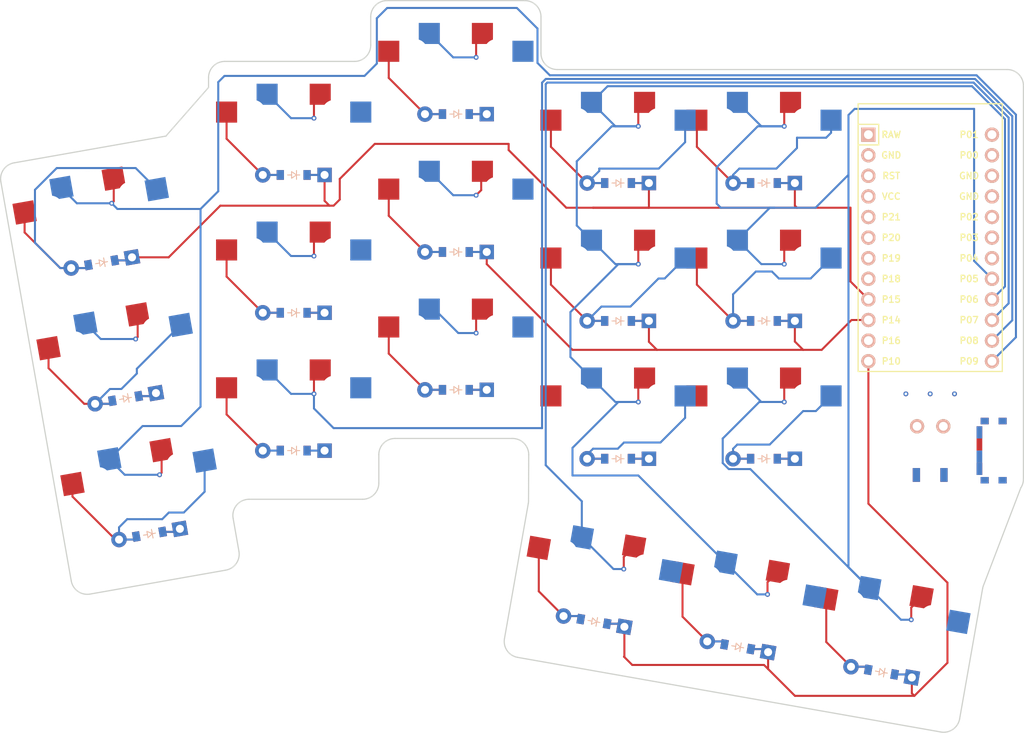
<source format=kicad_pcb>
(kicad_pcb (version 20211014) (generator pcbnew)
  (title_block (title "main") (rev "v1.0.0") (company "Unknown"))
  (layers (0 "F.Cu" signal) (31 "B.Cu" signal) (34 "B.Paste" user) (35 "F.Paste" user) (36 "B.SilkS" user "B.Silkscreen") (37 "F.SilkS" user "F.Silkscreen") (38 "B.Mask" user) (39 "F.Mask" user) (44 "Edge.Cuts" user))
  (net 0 "")
  (net 1 "P9")
  (net 2 "P16")
  (net 3 "P14")
  (net 4 "P15")
  (net 5 "P8")
  (net 6 "P7")
  (net 7 "P6")
  (net 8 "P5")
  (net 9 "P10")
  (net 10 "RAW")
  (net 11 "GND")
  (net 12 "RST")
  (net 13 "VCC")
  (net 14 "P21")
  (net 15 "P20")
  (net 16 "P19")
  (net 17 "P18")
  (net 18 "P1")
  (net 19 "P0")
  (net 20 "P2")
  (net 21 "P3")
  (net 22 "P4")
  (net 23 "pos")
  (footprint "lib:bat" (layer "F.Cu") (at 114.980618 -9.366618 90)
    (fp_text reference "")
    (fp_text value "")
  )
  (footprint "ComboDiode" (layer "F.Cu") (at 94.480618 -39.366618 180)
    (fp_text reference "D15" hide)
    (fp_text value "" hide)
  )
  (footprint "ComboDiode" (layer "F.Cu") (at 91.239104 17.823948 170)
    (fp_text reference "D17" hide)
    (fp_text value "" hide)
  )
  (footprint "PG1350" (layer "F.Cu") (at 36.480618 -27.366618)
    (fp_text reference "S5" hide)
    (fp_text value "" hide)
  )
  (footprint "Button_Switch_SMD:SW_SPST_B3U-1000P" (layer "F.Cu") (at 114.980618 -3.366618)
    (fp_text reference "")
    (fp_text value "")
  )
  (footprint "VIA-0.6mm" (layer "F.Cu") (at 38.980618 -47.366618)
    (fp_text reference "REF**" hide)
    (fp_text value "VIA-0.6mm" hide)
  )
  (footprint "PG1350" (layer "F.Cu") (at 56.480618 -17.866618)
    (fp_text reference "S7" hide)
    (fp_text value "" hide)
  )
  (footprint "PG1350" (layer "F.Cu") (at 76.480618 -9.366618)
    (fp_text reference "S10" hide)
    (fp_text value "" hide)
  )
  (footprint "PG1350" (layer "F.Cu") (at 76.480618 -43.366618)
    (fp_text reference "S12" hide)
    (fp_text value "" hide)
  )
  (footprint "PG1350" (layer "F.Cu") (at 12.095962 -33.483464 10)
    (fp_text reference "S3" hide)
    (fp_text value "" hide)
  )
  (footprint "ComboDiode" (layer "F.Cu") (at 18.694593 3.939231 -170)
    (fp_text reference "D1" hide)
    (fp_text value "" hide)
  )
  (footprint "PG1350" (layer "F.Cu") (at 94.480618 -43.366618)
    (fp_text reference "S15" hide)
    (fp_text value "" hide)
  )
  (footprint "ComboDiode" (layer "F.Cu") (at 94.480618 -22.366618 180)
    (fp_text reference "D14" hide)
    (fp_text value "" hide)
  )
  (footprint "Button_Switch_SMD:SW_SPDT_PCM12" (layer "F.Cu") (at 122.480618 -6.366618 90)
    (fp_text reference "")
    (fp_text value "")
  )
  (footprint "ComboDiode" (layer "F.Cu") (at 94.480618 -5.366618 180)
    (fp_text reference "D13" hide)
    (fp_text value "" hide)
  )
  (footprint "ComboDiode" (layer "F.Cu") (at 76.480618 -39.366618 180)
    (fp_text reference "D12" hide)
    (fp_text value "" hide)
  )
  (footprint "VIA-0.6mm" (layer "F.Cu") (at 38.980618 -13.366618)
    (fp_text reference "REF**" hide)
    (fp_text value "VIA-0.6mm" hide)
  )
  (footprint "PG1350" (layer "F.Cu") (at 18 0 10)
    (fp_text reference "S1" hide)
    (fp_text value "" hide)
  )
  (footprint "VIA-0.6mm" (layer "F.Cu") (at 96.980618 -12.366618)
    (fp_text reference "REF**" hide)
    (fp_text value "VIA-0.6mm" hide)
  )
  (footprint "ComboDiode" (layer "F.Cu") (at 108.965644 20.949615 170)
    (fp_text reference "D18" hide)
    (fp_text value "" hide)
  )
  (footprint "VIA-0.6mm" (layer "F.Cu") (at 111.980618 -13.366618)
    (fp_text reference "REF**" hide)
    (fp_text value "VIA-0.6mm" hide)
  )
  (footprint "VIA-0.6mm" (layer "F.Cu") (at 58.980618 -20.866618)
    (fp_text reference "REF**" hide)
    (fp_text value "VIA-0.6mm" hide)
  )
  (footprint "VIA-0.6mm" (layer "F.Cu") (at 117.980618 -13.366618)
    (fp_text reference "REF**" hide)
    (fp_text value "VIA-0.6mm" hide)
  )
  (footprint "PG1350" (layer "F.Cu") (at 36.480618 -44.366618)
    (fp_text reference "S6" hide)
    (fp_text value "" hide)
  )
  (footprint "ComboDiode" (layer "F.Cu") (at 36.480618 -40.366618 180)
    (fp_text reference "D6" hide)
    (fp_text value "" hide)
  )
  (footprint "ComboDiode" (layer "F.Cu") (at 56.480618 -47.866618 180)
    (fp_text reference "D9" hide)
    (fp_text value "" hide)
  )
  (footprint "ComboDiode" (layer "F.Cu") (at 36.480618 -23.366618 180)
    (fp_text reference "D5" hide)
    (fp_text value "" hide)
  )
  (footprint "PG1350" (layer "F.Cu") (at 36.480618 -10.366618)
    (fp_text reference "S4" hide)
    (fp_text value "" hide)
  )
  (footprint "ComboDiode" (layer "F.Cu") (at 36.480618 -6.366618 180)
    (fp_text reference "D4" hide)
    (fp_text value "" hide)
  )
  (footprint "VIA-0.6mm" (layer "F.Cu") (at 96.980618 -46.366618)
    (fp_text reference "REF**" hide)
    (fp_text value "VIA-0.6mm" hide)
  )
  (footprint "PG1350" (layer "F.Cu") (at 94.480618 -26.366618)
    (fp_text reference "S14" hide)
    (fp_text value "" hide)
  )
  (footprint "VIA-0.6mm" (layer "F.Cu") (at 78.980618 -46.366618)
    (fp_text reference "REF**" hide)
    (fp_text value "VIA-0.6mm" hide)
  )
  (footprint "PG1350" (layer "F.Cu") (at 76.480618 -26.366618)
    (fp_text reference "S11" hide)
    (fp_text value "" hide)
  )
  (footprint "ComboDiode" (layer "F.Cu") (at 76.480618 -5.366618 180)
    (fp_text reference "D10" hide)
    (fp_text value "" hide)
  )
  (footprint "ComboDiode" (layer "F.Cu") (at 12.790555 -29.544233 -170)
    (fp_text reference "D3" hide)
    (fp_text value "" hide)
  )
  (footprint "PG1350" (layer "F.Cu") (at 56.480618 -34.866618)
    (fp_text reference "S8" hide)
    (fp_text value "" hide)
  )
  (footprint "VIA-0.6mm" (layer "F.Cu") (at 78.980618 -12.366618)
    (fp_text reference "REF**" hide)
    (fp_text value "VIA-0.6mm" hide)
  )
  (footprint "PG1350" (layer "F.Cu") (at 15.047981 -16.741732 10)
    (fp_text reference "S2" hide)
    (fp_text value "" hide)
  )
  (footprint "VIA-0.6mm" (layer "F.Cu") (at 38.980618 -30.366618)
    (fp_text reference "REF**" hide)
    (fp_text value "VIA-0.6mm" hide)
  )
  (footprint "VIA-0.6mm" (layer "F.Cu") (at 94.916661 11.364414 -10)
    (fp_text reference "REF**" hide)
    (fp_text value "VIA-0.6mm" hide)
  )
  (footprint "ProMicro" (layer "F.Cu") (at 114.980618 -31.366618 -90)
    (fp_text reference "MCU1" hide)
    (fp_text value "" hide)
  )
  (footprint "PG1350" (layer "F.Cu") (at 109.660237 17.010384 -10)
    (fp_text reference "S18" hide)
    (fp_text value "" hide)
  )
  (footprint "ComboDiode" (layer "F.Cu") (at 15.742574 -12.802501 -170)
    (fp_text reference "D2" hide)
    (fp_text value "" hide)
  )
  (footprint "PG1350" (layer "F.Cu") (at 74.207157 10.759049 -10)
    (fp_text reference "S16" hide)
    (fp_text value "" hide)
  )
  (footprint "VIA-0.6mm" (layer "F.Cu") (at 16.989056 -20.130276 10)
    (fp_text reference "REF**" hide)
    (fp_text value "VIA-0.6mm" hide)
  )
  (footprint "VIA-0.6mm" (layer "F.Cu") (at 19.941075 -3.388544 10)
    (fp_text reference "REF**" hide)
    (fp_text value "VIA-0.6mm" hide)
  )
  (footprint "VIA-0.6mm" (layer "F.Cu") (at 114.980618 -13.366618)
    (fp_text reference "REF**" hide)
    (fp_text value "VIA-0.6mm" hide)
  )
  (footprint "VIA-0.6mm" (layer "F.Cu") (at 58.980618 -54.866618)
    (fp_text reference "REF**" hide)
    (fp_text value "VIA-0.6mm" hide)
  )
  (footprint "PG1350" (layer "F.Cu") (at 94.480618 -9.366618)
    (fp_text reference "S13" hide)
    (fp_text value "" hide)
  )
  (footprint "VIA-0.6mm" (layer "F.Cu") (at 77.190121 8.238747 -10)
    (fp_text reference "REF**" hide)
    (fp_text value "VIA-0.6mm" hide)
  )
  (footprint "ComboDiode" (layer "F.Cu") (at 73.512565 14.69828 170)
    (fp_text reference "D16" hide)
    (fp_text value "" hide)
  )
  (footprint "VIA-0.6mm" (layer "F.Cu") (at 78.980618 -29.366618)
    (fp_text reference "REF**" hide)
    (fp_text value "VIA-0.6mm" hide)
  )
  (footprint "VIA-0.6mm" (layer "F.Cu") (at 14.037037 -36.872007 10)
    (fp_text reference "REF**" hide)
    (fp_text value "VIA-0.6mm" hide)
  )
  (footprint "VIA-0.6mm" (layer "F.Cu") (at 96.980618 -29.366618)
    (fp_text reference "REF**" hide)
    (fp_text value "VIA-0.6mm" hide)
  )
  (footprint "PG1350" (layer "F.Cu") (at 91.933697 13.884717 -10)
    (fp_text reference "S17" hide)
    (fp_text value "" hide)
  )
  (footprint "PG1350" (layer "F.Cu") (at 56.480618 -51.866618)
    (fp_text reference "S9" hide)
    (fp_text value "" hide)
  )
  (footprint "ComboDiode" (layer "F.Cu") (at 56.480618 -30.866618 180)
    (fp_text reference "D8" hide)
    (fp_text value "" hide)
  )
  (footprint "VIA-0.6mm" (layer "F.Cu") (at 112.6432 14.490081 -10)
    (fp_text reference "REF**" hide)
    (fp_text value "VIA-0.6mm" hide)
  )
  (footprint "ComboDiode" (layer "F.Cu") (at 56.480618 -13.866618 180)
    (fp_text reference "D7" hide)
    (fp_text value "" hide)
  )
  (footprint "VIA-0.6mm" (layer "F.Cu") (at 58.980618 -37.866618)
    (fp_text reference "REF**" hide)
    (fp_text value "VIA-0.6mm" hide)
  )
  (footprint "ComboDiode" (layer "F.Cu") (at 76.480618 -22.366618 180)
    (fp_text reference "D11" hide)
    (fp_text value "" hide)
  )
  (gr_line (start 20.703384 -45.135439) (end 20.699962 -45.154847) (layer "Edge.Cuts") (width 0.15))
  (gr_arc (start 45.980618 -56.366618) (mid 45.394832 -54.952404) (end 43.980618 -54.366618) (layer "Edge.Cuts") (width 0.15))
  (gr_line (start 11.365616 11.324087) (end 28.107348 8.372068) (layer "Edge.Cuts") (width 0.15))
  (gr_line (start 20.703384 -45.135439) (end 25.980618 -51.155482) (layer "Edge.Cuts") (width 0.15))
  (gr_line (start 66.980618 -55.366618) (end 66.980618 -59.866618) (layer "Edge.Cuts") (width 0.15))
  (gr_line (start 121.544975 10.284276) (end 126.151731 -1.767808) (layer "Edge.Cuts") (width 0.15))
  (gr_arc (start 68.980618 -53.366618) (mid 67.566404 -53.952404) (end 66.980618 -55.366618) (layer "Edge.Cuts") (width 0.15))
  (gr_line (start 45.980618 -59.866618) (end 45.980618 -56.366618) (layer "Edge.Cuts") (width 0.15))
  (gr_arc (start 11.365616 11.324088) (mid 9.871167 10.992776) (end 9.048704 9.701768) (layer "Edge.Cuts") (width 0.15))
  (gr_arc (start 46.980618 -5.866618) (mid 47.566404 -7.280832) (end 48.980618 -7.866618) (layer "Edge.Cuts") (width 0.15))
  (gr_arc (start 118.611533 26.712151) (mid 117.78907 28.003159) (end 116.294621 28.334471) (layer "Edge.Cuts") (width 0.15))
  (gr_line (start 65.413812 0.161501) (end 62.477491 16.814206) (layer "Edge.Cuts") (width 0.15))
  (gr_line (start 48.980618 -7.866618) (end 63.466723 -7.866618) (layer "Edge.Cuts") (width 0.15))
  (gr_line (start 29.729667 6.055156) (end 29.011227 1.980679) (layer "Edge.Cuts") (width 0.15))
  (gr_arc (start 64.09981 19.131117) (mid 62.808803 18.308655) (end 62.477491 16.814206) (layer "Edge.Cuts") (width 0.15))
  (gr_line (start 65.44418 -0.177864) (end 65.466707 -5.858687) (layer "Edge.Cuts") (width 0.15))
  (gr_line (start 126.480618 -2.866618) (end 126.480618 -51.366618) (layer "Edge.Cuts") (width 0.15))
  (gr_line (start 0.366295 -39.53862) (end 9.048704 9.701768) (layer "Edge.Cuts") (width 0.15))
  (gr_line (start 64.09981 19.131117) (end 116.294621 28.334471) (layer "Edge.Cuts") (width 0.15))
  (gr_line (start 68.980618 -53.366618) (end 124.480618 -53.366618) (layer "Edge.Cuts") (width 0.15))
  (gr_arc (start 126.480619 -2.866618) (mid 126.396634 -2.293131) (end 126.151731 -1.767808) (layer "Edge.Cuts") (width 0.15))
  (gr_arc (start 121.443535 10.651066) (mid 121.485511 10.465253) (end 121.544975 10.284276) (layer "Edge.Cuts") (width 0.15))
  (gr_line (start 43.980618 -54.366618) (end 27.980618 -54.366618) (layer "Edge.Cuts") (width 0.15))
  (gr_arc (start 46.980618 -2.366618) (mid 46.394832 -0.952404) (end 44.980618 -0.366618) (layer "Edge.Cuts") (width 0.15))
  (gr_line (start 64.980618 -61.866618) (end 47.980618 -61.866618) (layer "Edge.Cuts") (width 0.15))
  (gr_line (start 30.980842 -0.366618) (end 44.980618 -0.366618) (layer "Edge.Cuts") (width 0.15))
  (gr_arc (start 25.980618 -52.366618) (mid 26.566404 -53.780832) (end 27.980618 -54.366618) (layer "Edge.Cuts") (width 0.15))
  (gr_arc (start 0.366295 -39.538619) (mid 0.697606 -41.033069) (end 1.988614 -41.855532) (layer "Edge.Cuts") (width 0.15))
  (gr_arc (start 64.980618 -61.866618) (mid 66.394832 -61.280832) (end 66.980618 -59.866618) (layer "Edge.Cuts") (width 0.15))
  (gr_line (start 118.611532 26.712152) (end 121.443535 10.651067) (layer "Edge.Cuts") (width 0.15))
  (gr_arc (start 29.729666 6.055156) (mid 29.398355 7.549605) (end 28.107348 8.372068) (layer "Edge.Cuts") (width 0.15))
  (gr_line (start 46.980618 -2.366618) (end 46.980618 -5.866618) (layer "Edge.Cuts") (width 0.15))
  (gr_arc (start 124.480618 -53.366618) (mid 125.894832 -52.780832) (end 126.480618 -51.366618) (layer "Edge.Cuts") (width 0.15))
  (gr_arc (start 45.980618 -59.866618) (mid 46.566404 -61.280832) (end 47.980618 -61.866618) (layer "Edge.Cuts") (width 0.15))
  (gr_line (start 20.699962 -45.154847) (end 1.988614 -41.855532) (layer "Edge.Cuts") (width 0.15))
  (gr_arc (start 65.444181 -0.177865) (mid 65.436237 -0.007534) (end 65.413812 0.161501) (layer "Edge.Cuts") (width 0.15))
  (gr_arc (start 29.011226 1.980678) (mid 29.448753 0.347806) (end 30.980842 -0.366618) (layer "Edge.Cuts") (width 0.15))
  (gr_arc (start 63.466723 -7.866618) (mid 64.883738 -7.278025) (end 65.466707 -5.858687) (layer "Edge.Cuts") (width 0.15))
  (gr_line (start 25.980618 -52.366618) (end 25.980618 -51.155482) (layer "Edge.Cuts") (width 0.15))
  (segment (start 20.192039 -3.639508) (end 19.941075 -3.388544) (width 0.25) (layer "F.Cu") (net 1))
  (segment (start 14.288001 -37.122971) (end 14.037037 -36.872007) (width 0.25) (layer "F.Cu") (net 1))
  (segment (start 20.192039 -6.428304) (end 20.192039 -3.639508) (width 0.25) (layer "F.Cu") (net 1))
  (segment (start 14.288001 -39.911768) (end 14.288001 -37.122971) (width 0.25) (layer "F.Cu") (net 1))
  (segment (start 17.24002 -20.38124) (end 16.989056 -20.130276) (width 0.25) (layer "F.Cu") (net 1))
  (segment (start 17.24002 -23.170036) (end 17.24002 -20.38124) (width 0.25) (layer "F.Cu") (net 1))
  (segment (start 24.994213 -11.786213) (end 22.606 -9.398) (width 0.25) (layer "B.Cu") (net 1))
  (segment (start 27.178 -38.354) (end 24.994213 -36.170213) (width 0.25) (layer "B.Cu") (net 1))
  (segment (start 10.789529 -22.03264) (end 12.691893 -20.130276) (width 0.25) (layer "B.Cu") (net 1))
  (segment (start 17.84864 -9.398) (end 13.741548 -5.290908) (width 0.25) (layer "B.Cu") (net 1))
  (segment (start 22.606 -9.398) (end 17.84864 -9.398) (width 0.25) (layer "B.Cu") (net 1))
  (segment (start 27.94 -52.578) (end 27.178 -51.816) (width 0.25) (layer "B.Cu") (net 1))
  (segment (start 68.072 -52.65656) (end 66.548 -54.18056) (width 0.25) (layer "B.Cu") (net 1))
  (segment (start 64.008 -60.96) (end 48.006 -60.96) (width 0.25) (layer "B.Cu") (net 1))
  (segment (start 66.548 -58.42) (end 64.008 -60.96) (width 0.25) (layer "B.Cu") (net 1))
  (segment (start 7.83751 -38.774372) (end 9.739875 -36.872007) (width 0.25) (layer "B.Cu") (net 1))
  (segment (start 125.55456 -20.35056) (end 125.55456 -47.802592) (width 0.25) (layer "B.Cu") (net 1))
  (segment (start 24.994213 -36.170213) (end 24.994213 -11.786213) (width 0.25) (layer "B.Cu") (net 1))
  (segment (start 13.741548 -5.290908) (end 15.643912 -3.388544) (width 0.25) (layer "B.Cu") (net 1))
  (segment (start 27.178 -51.816) (end 27.178 -38.354) (width 0.25) (layer "B.Cu") (net 1))
  (segment (start 120.700592 -52.65656) (end 68.072 -52.65656) (width 0.25) (layer "B.Cu") (net 1))
  (segment (start 9.739875 -36.872007) (end 14.037037 -36.872007) (width 0.25) (layer "B.Cu") (net 1))
  (segment (start 46.736 -54.102) (end 45.212 -52.578) (width 0.25) (layer "B.Cu") (net 1))
  (segment (start 48.006 -60.96) (end 46.736 -59.69) (width 0.25) (layer "B.Cu") (net 1))
  (segment (start 45.212 -52.578) (end 27.94 -52.578) (width 0.25) (layer "B.Cu") (net 1))
  (segment (start 122.600618 -17.396618) (end 125.55456 -20.35056) (width 0.25) (layer "B.Cu") (net 1))
  (segment (start 12.691893 -20.130276) (end 16.989056 -20.130276) (width 0.25) (layer "B.Cu") (net 1))
  (segment (start 14.738831 -36.170213) (end 14.037037 -36.872007) (width 0.25) (layer "B.Cu") (net 1))
  (segment (start 15.643912 -3.388544) (end 19.941075 -3.388544) (width 0.25) (layer "B.Cu") (net 1))
  (segment (start 125.55456 -47.802592) (end 120.700592 -52.65656) (width 0.25) (layer "B.Cu") (net 1))
  (segment (start 46.736 -59.69) (end 46.736 -54.102) (width 0.25) (layer "B.Cu") (net 1))
  (segment (start 66.548 -54.18056) (end 66.548 -58.42) (width 0.25) (layer "B.Cu") (net 1))
  (segment (start 24.994213 -36.170213) (end 14.738831 -36.170213) (width 0.25) (layer "B.Cu") (net 1))
  (segment (start 48.205618 -18.331618) (end 52.670618 -13.866618) (width 0.25) (layer "F.Cu") (net 2))
  (segment (start 58.130618 -13.866618) (end 60.290618 -13.866618) (width 0.25) (layer "F.Cu") (net 2))
  (segment (start 48.205618 -21.616618) (end 48.205618 -18.331618) (width 0.25) (layer "F.Cu") (net 2))
  (segment (start 9.199535 -0.695949) (end 14.496315 4.600831) (width 0.25) (layer "F.Cu") (net 2))
  (segment (start 16.694579 4.600831) (end 17.06966 4.22575) (width 0.25) (layer "F.Cu") (net 2))
  (segment (start 28.205618 -10.831618) (end 32.670618 -6.366618) (width 0.25) (layer "F.Cu") (net 2))
  (segment (start 22.07163 3.652712) (end 22.446711 3.277631) (width 0.25) (layer "F.Cu") (net 2))
  (segment (start 78.130618 -5.366618) (end 80.290618 -5.366618) (width 0.25) (layer "F.Cu") (net 2))
  (segment (start 96.130618 -5.366618) (end 98.290618 -5.366618) (width 0.25) (layer "F.Cu") (net 2))
  (segment (start 52.670618 -13.866618) (end 54.830618 -13.866618) (width 0.25) (layer "F.Cu") (net 2))
  (segment (start 28.205618 -14.116618) (end 28.205618 -10.831618) (width 0.25) (layer "F.Cu") (net 2))
  (segment (start 9.199535 -2.25609) (end 9.199535 -0.695949) (width 0.25) (layer "F.Cu") (net 2))
  (segment (start 20.319526 3.652712) (end 22.07163 3.652712) (width 0.25) (layer "F.Cu") (net 2))
  (segment (start 90.670618 -5.366618) (end 92.830618 -5.366618) (width 0.25) (layer "F.Cu") (net 2))
  (segment (start 72.670618 -5.366618) (end 74.830618 -5.366618) (width 0.25) (layer "F.Cu") (net 2))
  (segment (start 14.942475 4.600831) (end 16.694579 4.600831) (width 0.25) (layer "F.Cu") (net 2))
  (segment (start 14.496315 4.600831) (end 14.942475 4.600831) (width 0.25) (layer "F.Cu") (net 2))
  (segment (start 16.694579 4.600831) (end 17.06966 4.22575) (width 0.25) (layer "B.Cu") (net 2))
  (segment (start 76.454 -6.604) (end 73.406 -6.604) (width 0.25) (layer "B.Cu") (net 2))
  (segment (start 77.216 -7.366) (end 76.454 -6.604) (width 0.25) (layer "B.Cu") (net 2))
  (segment (start 81.713008 -7.366) (end 77.216 -7.366) (width 0.25) (layer "B.Cu") (net 2))
  (segment (start 14.942475 4.600831) (end 16.694579 4.600831) (width 0.25) (layer "B.Cu") (net 2))
  (segment (start 25.498103 -5.129968) (end 25.498103 -1.303717) (width 0.25) (layer "B.Cu") (net 2))
  (segment (start 90.670618 -5.366618) (end 92.830618 -5.366618) (width 0.25) (layer "B.Cu") (net 2))
  (segment (start 22.07163 3.652712) (end 22.446711 3.277631) (width 0.25) (layer "B.Cu") (net 2))
  (segment (start 84.755618 -10.40861) (end 81.713008 -7.366) (width 0.25) (layer "B.Cu") (net 2))
  (segment (start 21.082 1.27) (end 20.262979 2.089021) (width 0.25) (layer "B.Cu") (net 2))
  (segment (start 100.881097 -11.242097) (end 99.31042 -11.242097) (width 0.25) (layer "B.Cu") (net 2))
  (segment (start 25.498103 -1.303717) (end 22.924386 1.27) (width 0.25) (layer "B.Cu") (net 2))
  (segment (start 78.130618 -5.366618) (end 80.290618 -5.366618) (width 0.25) (layer "B.Cu") (net 2))
  (segment (start 32.670618 -6.366618) (end 34.830618 -6.366618) (width 0.25) (layer "B.Cu") (net 2))
  (segment (start 90.670618 -6.596618) (end 90.670618 -5.366618) (width 0.25) (layer "B.Cu") (net 2))
  (segment (start 38.130618 -6.366618) (end 40.290618 -6.366618) (width 0.25) (layer "B.Cu") (net 2))
  (segment (start 99.31042 -11.242097) (end 95.180323 -7.112) (width 0.25) (layer "B.Cu") (net 2))
  (segment (start 95.180323 -7.112) (end 91.186 -7.112) (width 0.25) (layer "B.Cu") (net 2))
  (segment (start 72.670618 -5.868618) (end 72.670618 -5.366618) (width 0.25) (layer "B.Cu") (net 2))
  (segment (start 102.755618 -13.116618) (end 100.881097 -11.242097) (width 0.25) (layer "B.Cu") (net 2))
  (segment (start 96.130618 -5.366618) (end 98.290618 -5.366618) (width 0.25) (layer "B.Cu") (net 2))
  (segment (start 72.670618 -5.366618) (end 74.830618 -5.366618) (width 0.25) (layer "B.Cu") (net 2))
  (segment (start 14.942475 3.091525) (end 14.942475 4.600831) (width 0.25) (layer "B.Cu") (net 2))
  (segment (start 20.319526 3.652712) (end 22.07163 3.652712) (width 0.25) (layer "B.Cu") (net 2))
  (segment (start 84.755618 -13.116618) (end 84.755618 -10.40861) (width 0.25) (layer "B.Cu") (net 2))
  (segment (start 73.406 -6.604) (end 72.670618 -5.868618) (width 0.25) (layer "B.Cu") (net 2))
  (segment (start 52.670618 -13.866618) (end 54.830618 -13.866618) (width 0.25) (layer "B.Cu") (net 2))
  (segment (start 20.262979 2.089021) (end 15.944979 2.089021) (width 0.25) (layer "B.Cu") (net 2))
  (segment (start 22.924386 1.27) (end 21.082 1.27) (width 0.25) (layer "B.Cu") (net 2))
  (segment (start 15.944979 2.089021) (end 14.942475 3.091525) (width 0.25) (layer "B.Cu") (net 2))
  (segment (start 91.186 -7.112) (end 90.670618 -6.596618) (width 0.25) (layer "B.Cu") (net 2))
  (segment (start 58.130618 -13.866618) (end 60.290618 -13.866618) (width 0.25) (layer "B.Cu") (net 2))
  (segment (start 60.290618 -29.371382) (end 70.866 -18.796) (width 0.25) (layer "F.Cu") (net 3))
  (segment (start 6.247516 -16.536803) (end 10.643418 -12.140901) (width 0.25) (layer "F.Cu") (net 3))
  (segment (start 107.360618 -22.476618) (end 105.280618 -22.476618) (width 0.25) (layer "F.Cu") (net 3))
  (segment (start 72.670618 -22.366618) (end 74.830618 -22.366618) (width 0.25) (layer "F.Cu") (net 3))
  (segment (start 28.205618 -27.831618) (end 32.670618 -23.366618) (width 0.25) (layer "F.Cu") (net 3))
  (segment (start 105.280618 -22.476618) (end 101.6 -18.796) (width 0.25) (layer "F.Cu") (net 3))
  (segment (start 52.670618 -30.866618) (end 54.830618 -30.866618) (width 0.25) (layer "F.Cu") (net 3))
  (segment (start 38.130618 -23.366618) (end 40.290618 -23.366618) (width 0.25) (layer "F.Cu") (net 3))
  (segment (start 101.6 -18.796) (end 99.314 -18.796) (width 0.25) (layer "F.Cu") (net 3))
  (segment (start 13.74256 -12.140901) (end 14.117641 -12.515982) (width 0.25) (layer "F.Cu") (net 3))
  (segment (start 17.367507 -13.08902) (end 19.119611 -13.08902) (width 0.25) (layer "F.Cu") (net 3))
  (segment (start 19.119611 -13.08902) (end 19.494692 -13.464101) (width 0.25) (layer "F.Cu") (net 3))
  (segment (start 48.205618 -35.331618) (end 52.670618 -30.866618) (width 0.25) (layer "F.Cu") (net 3))
  (segment (start 99.314 -18.796) (end 81.28 -18.796) (width 0.25) (layer "F.Cu") (net 3))
  (segment (start 68.205618 -30.116618) (end 68.205618 -26.831618) (width 0.25) (layer "F.Cu") (net 3))
  (segment (start 98.290618 -22.366618) (end 98.290618 -19.819382) (width 0.25) (layer "F.Cu") (net 3))
  (segment (start 48.205618 -38.616618) (end 48.205618 -35.331618) (width 0.25) (layer "F.Cu") (net 3))
  (segment (start 6.247516 -18.997822) (end 6.247516 -16.536803) (width 0.25) (layer "F.Cu") (net 3))
  (segment (start 78.130618 -22.366618) (end 80.290618 -22.366618) (width 0.25) (layer "F.Cu") (net 3))
  (segment (start 98.290618 -19.819382) (end 99.314 -18.796) (width 0.25) (layer "F.Cu") (net 3))
  (segment (start 90.670618 -22.366618) (end 92.830618 -22.366618) (width 0.25) (layer "F.Cu") (net 3))
  (segment (start 58.130618 -30.866618) (end 60.290618 -30.866618) (width 0.25) (layer "F.Cu") (net 3))
  (segment (start 86.205618 -26.831618) (end 90.670618 -22.366618) (width 0.25) (layer "F.Cu") (net 3))
  (segment (start 80.290618 -19.785382) (end 81.28 -18.796) (width 0.25) (layer "F.Cu") (net 3))
  (segment (start 70.866 -18.796) (end 81.28 -18.796) (width 0.25) (layer "F.Cu") (net 3))
  (segment (start 32.670618 -23.366618) (end 34.830618 -23.366618) (width 0.25) (layer "F.Cu") (net 3))
  (segment (start 10.643418 -12.140901) (end 11.990456 -12.140901) (width 0.25) (layer "F.Cu") (net 3))
  (segment (start 86.205618 -30.116618) (end 86.205618 -26.831618) (width 0.25) (layer "F.Cu") (net 3))
  (segment (start 68.205618 -26.831618) (end 72.670618 -22.366618) (width 0.25) (layer "F.Cu") (net 3))
  (segment (start 80.290618 -22.366618) (end 80.290618 -19.785382) (width 0.25) (layer "F.Cu") (net 3))
  (segment (start 28.205618 -31.116618) (end 28.205618 -27.831618) (width 0.25) (layer "F.Cu") (net 3))
  (segment (start 11.990456 -12.140901) (end 13.74256 -12.140901) (width 0.25) (layer "F.Cu") (net 3))
  (segment (start 96.130618 -22.366618) (end 98.290618 -22.366618) (width 0.25) (layer "F.Cu") (net 3))
  (segment (start 60.290618 -30.866618) (end 60.290618 -29.371382) (width 0.25) (layer "F.Cu") (net 3))
  (segment (start 22.546084 -21.8717) (end 17.137002 -16.462618) (width 0.25) (layer "B.Cu") (net 3))
  (segment (start 93.479639 -28.455639) (end 90.670618 -25.646618) (width 0.25) (layer "B.Cu") (net 3))
  (segment (start 58.130618 -30.866618) (end 60.290618 -30.866618) (width 0.25) (layer "B.Cu") (net 3))
  (segment (start 52.670618 -30.866618) (end 54.830618 -30.866618) (width 0.25) (layer "B.Cu") (net 3))
  (segment (start 17.367507 -13.08902) (end 19.119611 -13.08902) (width 0.25) (layer "B.Cu") (net 3))
  (segment (start 38.130618 -23.366618) (end 40.290618 -23.366618) (width 0.25) (layer "B.Cu") (net 3))
  (segment (start 90.670618 -25.646618) (end 90.670618 -22.366618) (width 0.25) (layer "B.Cu") (net 3))
  (segment (start 82.231039 -27.592039) (end 81.473031 -27.592039) (width 0.25) (layer "B.Cu") (net 3))
  (segment (start 74.434 -24.13) (end 72.670618 -22.366618) (width 0.25) (layer "B.Cu") (net 3))
  (segment (start 84.755618 -30.116618) (end 82.231039 -27.592039) (width 0.25) (layer "B.Cu") (net 3))
  (segment (start 17.137002 -15.87643) (end 15.230572 -13.97) (width 0.25) (layer "B.Cu") (net 3))
  (segment (start 81.473031 -27.592039) (end 78.010992 -24.13) (width 0.25) (layer "B.Cu") (net 3))
  (segment (start 13.74256 -12.140901) (end 14.117641 -12.515982) (width 0.25) (layer "B.Cu") (net 3))
  (segment (start 11.990456 -12.140901) (end 13.74256 -12.140901) (width 0.25) (layer "B.Cu") (net 3))
  (segment (start 15.230572 -13.97) (end 13.819555 -13.97) (width 0.25) (layer "B.Cu") (net 3))
  (segment (start 90.670618 -22.366618) (end 92.830618 -22.366618) (width 0.25) (layer "B.Cu") (net 3))
  (segment (start 72.670618 -22.366618) (end 74.830618 -22.366618) (width 0.25) (layer "B.Cu") (net 3))
  (segment (start 78.130618 -22.366618) (end 80.290618 -22.366618) (width 0.25) (layer "B.Cu") (net 3))
  (segment (start 32.670618 -23.366618) (end 34.830618 -23.366618) (width 0.25) (layer "B.Cu") (net 3))
  (segment (start 78.010992 -24.13) (end 74.434 -24.13) (width 0.25) (layer "B.Cu") (net 3))
  (segment (start 102.755618 -30.116618) (end 100.231039 -27.592039) (width 0.25) (layer "B.Cu") (net 3))
  (segment (start 17.137002 -16.462618) (end 17.137002 -15.87643) (width 0.25) (layer "B.Cu") (net 3))
  (segment (start 100.231039 -27.592039) (end 96.321059 -27.592039) (width 0.25) (layer "B.Cu") (net 3))
  (segment (start 95.457459 -28.455639) (end 93.479639 -28.455639) (width 0.25) (layer "B.Cu") (net 3))
  (segment (start 19.119611 -13.08902) (end 19.494692 -13.464101) (width 0.25) (layer "B.Cu") (net 3))
  (segment (start 96.321059 -27.592039) (end 95.457459 -28.455639) (width 0.25) (layer "B.Cu") (net 3))
  (segment (start 96.130618 -22.366618) (end 98.290618 -22.366618) (width 0.25) (layer "B.Cu") (net 3))
  (segment (start 13.819555 -13.97) (end 11.990456 -12.140901) (width 0.25) (layer "B.Cu") (net 3))
  (segment (start 27.432 -36.576) (end 21.061833 -30.205833) (width 0.25) (layer "F.Cu") (net 4))
  (segment (start 10.790541 -28.882633) (end 11.165622 -29.257714) (width 0.25) (layer "F.Cu") (net 4))
  (segment (start 3.295497 -33.278535) (end 7.691399 -28.882633) (width 0.25) (layer "F.Cu") (net 4))
  (segment (start 86.205618 -43.831618) (end 90.670618 -39.366618) (width 0.25) (layer "F.Cu") (net 4))
  (segment (start 40.894 -36.576) (end 40.290618 -37.179382) (width 0.25) (layer "F.Cu") (net 4))
  (segment (start 86.205618 -47.116618) (end 86.205618 -43.831618) (width 0.25) (layer "F.Cu") (net 4))
  (segment (start 42.652618 -40.366618) (end 42.164 -39.878) (width 0.25) (layer "F.Cu") (net 4))
  (segment (start 28.205618 -48.116618) (end 28.205618 -44.831618) (width 0.25) (layer "F.Cu") (net 4))
  (segment (start 48.205618 -55.616618) (end 48.205618 -52.331618) (width 0.25) (layer "F.Cu") (net 4))
  (segment (start 46.482 -44.196) (end 42.652618 -40.366618) (width 0.25) (layer "F.Cu") (net 4))
  (segment (start 42.164 -37.338) (end 41.402 -36.576) (width 0.25) (layer "F.Cu") (net 4))
  (segment (start 52.670618 -47.866618) (end 54.830618 -47.866618) (width 0.25) (layer "F.Cu") (net 4))
  (segment (start 98.290618 -36.583382) (end 98.290618 -39.366618) (width 0.25) (layer "F.Cu") (net 4))
  (segment (start 58.130618 -47.866618) (end 60.290618 -47.866618) (width 0.25) (layer "F.Cu") (net 4))
  (segment (start 73.406 -36.322) (end 70.104 -36.322) (width 0.25) (layer "F.Cu") (net 4))
  (segment (start 28.205618 -44.831618) (end 32.670618 -40.366618) (width 0.25) (layer "F.Cu") (net 4))
  (segment (start 72.670618 -39.366618) (end 74.830618 -39.366618) (width 0.25) (layer "F.Cu") (net 4))
  (segment (start 38.130618 -40.366618) (end 40.290618 -40.366618) (width 0.25) (layer "F.Cu") (net 4))
  (segment (start 62.992 -44.196) (end 46.482 -44.196) (width 0.25) (layer "F.Cu") (net 4))
  (segment (start 16.167592 -29.830752) (end 16.542673 -30.205833) (width 0.25) (layer "F.Cu") (net 4))
  (segment (start 62.992 -43.434) (end 62.992 -44.196) (width 0.25) (layer "F.Cu") (net 4))
  (segment (start 78.130618 -39.366618) (end 80.290618 -39.366618) (width 0.25) (layer "F.Cu") (net 4))
  (segment (start 107.360618 -25.016618) (end 105.156 -27.221236) (width 0.25) (layer "F.Cu") (net 4))
  (segment (start 98.552 -36.322) (end 73.406 -36.322) (width 0.25) (layer "F.Cu") (net 4))
  (segment (start 42.164 -39.878) (end 42.164 -37.338) (width 0.25) (layer "F.Cu") (net 4))
  (segment (start 105.156 -36.322) (end 98.552 -36.322) (width 0.25) (layer "F.Cu") (net 4))
  (segment (start 32.670618 -40.366618) (end 34.830618 -40.366618) (width 0.25) (layer "F.Cu") (net 4))
  (segment (start 70.104 -36.322) (end 62.992 -43.434) (width 0.25) (layer "F.Cu") (net 4))
  (segment (start 80.290618 -39.366618) (end 80.290618 -36.322) (width 0.25) (layer "F.Cu") (net 4))
  (segment (start 98.552 -36.322) (end 98.290618 -36.583382) (width 0.25) (layer "F.Cu") (net 4))
  (segment (start 105.156 -27.221236) (end 105.156 -36.322) (width 0.25) (layer "F.Cu") (net 4))
  (segment (start 40.290618 -37.179382) (end 40.290618 -40.366618) (width 0.25) (layer "F.Cu") (net 4))
  (segment (start 3.295497 -35.739554) (end 3.295497 -33.278535) (width 0.25) (layer "F.Cu") (net 4))
  (segment (start 21.061833 -30.205833) (end 16.542673 -30.205833) (width 0.25) (layer "F.Cu") (net 4))
  (segment (start 48.205618 -52.331618) (end 52.670618 -47.866618) (width 0.25) (layer "F.Cu") (net 4))
  (segment (start 7.691399 -28.882633) (end 9.038437 -28.882633) (width 0.25) (layer "F.Cu") (net 4))
  (segment (start 68.205618 -47.116618) (end 68.205618 -43.831618) (width 0.25) (layer "F.Cu") (net 4))
  (segment (start 80.290618 -36.322) (end 73.406 -36.322) (width 0.25) (layer "F.Cu") (net 4))
  (segment (start 14.415488 -29.830752) (end 16.167592 -29.830752) (width 0.25) (layer "F.Cu") (net 4))
  (segment (start 41.402 -36.576) (end 27.432 -36.576) (width 0.25) (layer "F.Cu") (net 4))
  (segment (start 68.205618 -43.831618) (end 72.670618 -39.366618) (width 0.25) (layer "F.Cu") (net 4))
  (segment (start 9.038437 -28.882633) (end 10.790541 -28.882633) (width 0.25) (layer "F.Cu") (net 4))
  (segment (start 90.670618 -39.366618) (end 92.830618 -39.366618) (width 0.25) (layer "F.Cu") (net 4))
  (segment (start 96.130618 -39.366618) (end 98.290618 -39.366618) (width 0.25) (layer "F.Cu") (net 4))
  (segment (start 98.552 -43.688) (end 96.012 -41.148) (width 0.25) (layer "B.Cu") (net 4))
  (segment (start 72.670618 -39.366618) (end 74.830618 -39.366618) (width 0.25) (layer "B.Cu") (net 4))
  (segment (start 91.44 -41.148) (end 90.670618 -40.378618) (width 0.25) (layer "B.Cu") (net 4))
  (segment (start 98.552 -44.958) (end 98.552 -43.688) (width 0.25) (layer "B.Cu") (net 4))
  (segment (start 102.147 -44.958) (end 98.552 -44.958) (width 0.25) (layer "B.Cu") (net 4))
  (segment (start 102.755618 -47.116618) (end 102.755618 -45.566618) (width 0.25) (layer "B.Cu") (net 4))
  (segment (start 14.415488 -29.830752) (end 16.167592 -29.830752) (width 0.25) (layer "B.Cu") (net 4))
  (segment (start 19.594065 -38.613432) (end 16.989906 -41.217591) (width 0.25) (layer "B.Cu") (net 4))
  (segment (start 90.670618 -40.378618) (end 90.670618 -39.366618) (width 0.25) (layer "B.Cu") (net 4))
  (segment (start 90.670618 -39.366618) (end 92.830618 -39.366618) (width 0.25) (layer "B.Cu") (net 4))
  (segment (start 34.830618 -40.366618) (end 32.670618 -40.366618) (width 0.25) (layer "B.Cu") (net 4))
  (segment (start 10.790541 -28.882633) (end 11.165622 -29.257714) (width 0.25) (layer "B.Cu") (net 4))
  (segment (start 7.261287 -41.217591) (end 4.572 -38.528304) (width 0.25) (layer "B.Cu") (net 4))
  (segment (start 52.670618 -47.866618) (end 54.830618 -47.866618) (width 0.25) (layer "B.Cu") (net 4))
  (segment (start 16.167592 -29.830752) (end 16.542673 -30.205833) (width 0.25) (layer "B.Cu") (net 4))
  (segment (start 74.168 -40.864) (end 72.670618 -39.366618) (width 0.25) (layer "B.Cu") (net 4))
  (segment (start 7.691399 -28.882633) (end 9.038437 -28.882633) (width 0.25) (layer "B.Cu") (net 4))
  (segment (start 4.572 -38.528304) (end 4.572 -32.002032) (width 0.25) (layer "B.Cu") (net 4))
  (segment (start 84.755618 -44.40861) (end 81.495008 -41.148) (width 0.25) (layer "B.Cu") (net 4))
  (segment (start 38.130618 -40.366618) (end 40.290618 -40.366618) (width 0.25) (layer "B.Cu") (net 4))
  (segment (start 84.755618 -47.116618) (end 84.755618 -44.40861) (width 0.25) (layer "B.Cu") (net 4))
  (segment (start 81.495008 -41.148) (end 74.168 -41.148) (width 0.25) (layer "B.Cu") (net 4))
  (segment (start 102.755618 -45.566618) (end 102.147 -44.958) (width 0.25) (layer "B.Cu") (net 4))
  (segment (start 9.038437 -28.882633) (end 10.790541 -28.882633) (width 0.25) (layer "B.Cu") (net 4))
  (segment (start 58.130618 -47.866618) (end 60.290618 -47.866618) (width 0.25) (layer "B.Cu") (net 4))
  (segment (start 96.130618 -39.366618) (end 98.290618 -39.366618) (width 0.25) (layer "B.Cu") (net 4))
  (segment (start 78.130618 -39.366618) (end 80.290618 -39.366618) (width 0.25) (layer "B.Cu") (net 4))
  (segment (start 16.989906 -41.217591) (end 7.261287 -41.217591) (width 0.25) (layer "B.Cu") (net 4))
  (segment (start 96.012 -41.148) (end 91.44 -41.148) (width 0.25) (layer "B.Cu") (net 4))
  (segment (start 74.168 -41.148) (end 74.168 -40.864) (width 0.25) (layer "B.Cu") (net 4))
  (segment (start 4.572 -32.002032) (end 7.691399 -28.882633) (width 0.25) (layer "B.Cu") (net 4))
  (segment (start 38.980618 -32.541618) (end 38.980618 -30.366618) (width 0.25) (layer "F.Cu") (net 5))
  (segment (start 39.755618 -50.316618) (end 38.980618 -49.541618) (width 0.25) (layer "F.Cu") (net 5))
  (segment (start 39.755618 -16.316618) (end 38.980618 -15.541618) (width 0.25) (layer "F.Cu") (net 5))
  (segment (start 38.980618 -15.541618) (end 38.980618 -13.366618) (width 0.25) (layer "F.Cu") (net 5))
  (segment (start 39.755618 -33.316618) (end 38.980618 -32.541618) (width 0.25) (layer "F.Cu") (net 5))
  (segment (start 38.980618 -49.541618) (end 38.980618 -47.366618) (width 0.25) (layer "F.Cu") (net 5))
  (segment (start 33.205618 -33.316618) (end 36.155618 -30.366618) (width 0.25) (layer "B.Cu") (net 5))
  (segment (start 36.155618 -13.366618) (end 38.980618 -13.366618) (width 0.25) (layer "B.Cu") (net 5))
  (segment (start 122.600618 -19.936618) (end 125.10504 -22.44104) (width 0.25) (layer "B.Cu") (net 5))
  (segment (start 41.404803 -9.141197) (end 38.980618 -11.565382) (width 0.25) (layer "B.Cu") (net 5))
  (segment (start 67.111677 -9.141197) (end 41.404803 -9.141197) (width 0.25) (layer "B.Cu") (net 5))
  (segment (start 125.10504 -47.616395) (end 120.514395 -52.20704) (width 0.25) (layer "B.Cu") (net 5))
  (segment (start 36.155618 -30.366618) (end 38.980618 -30.366618) (width 0.25) (layer "B.Cu") (net 5))
  (segment (start 33.205618 -16.316618) (end 36.155618 -13.366618) (width 0.25) (layer "B.Cu") (net 5))
  (segment (start 67.11448 -51.748198) (end 67.11448 -9.144) (width 0.25) (layer "B.Cu") (net 5))
  (segment (start 125.10504 -22.44104) (end 125.10504 -47.616395) (width 0.25) (layer "B.Cu") (net 5))
  (segment (start 38.980618 -11.565382) (end 38.980618 -13.366618) (width 0.25) (layer "B.Cu") (net 5))
  (segment (start 67.11448 -9.144) (end 67.111677 -9.141197) (width 0.25) (layer "B.Cu") (net 5))
  (segment (start 67.573322 -52.20704) (end 67.11448 -51.748198) (width 0.25) (layer "B.Cu") (net 5))
  (segment (start 33.205618 -50.316618) (end 36.155618 -47.366618) (width 0.25) (layer "B.Cu") (net 5))
  (segment (start 120.514395 -52.20704) (end 67.573322 -52.20704) (width 0.25) (layer "B.Cu") (net 5))
  (segment (start 36.155618 -47.366618) (end 38.980618 -47.366618) (width 0.25) (layer "B.Cu") (net 5))
  (segment (start 59.606097 -38.492097) (end 58.980618 -37.866618) (width 0.25) (layer "F.Cu") (net 6))
  (segment (start 58.980618 -23.041618) (end 58.980618 -20.866618) (width 0.25) (layer "F.Cu") (net 6))
  (segment (start 58.980618 -57.041618) (end 58.980618 -54.866618) (width 0.25) (layer "F.Cu") (net 6))
  (segment (start 78.465609 5.468141) (end 77.190121 6.743629) (width 0.25) (layer "F.Cu") (net 6))
  (segment (start 59.755618 -40.816618) (end 59.606097 -40.667097) (width 0.25) (layer "F.Cu") (net 6))
  (segment (start 59.755618 -57.816618) (end 58.980618 -57.041618) (width 0.25) (layer "F.Cu") (net 6))
  (segment (start 59.606097 -40.667097) (end 59.606097 -38.492097) (width 0.25) (layer "F.Cu") (net 6))
  (segment (start 77.190121 6.743629) (end 77.190121 8.238747) (width 0.25) (layer "F.Cu") (net 6))
  (segment (start 59.755618 -23.816618) (end 58.980618 -23.041618) (width 0.25) (layer "F.Cu") (net 6))
  (segment (start 53.205618 -23.816618) (end 53.829644 -23.816618) (width 0.25) (layer "B.Cu") (net 6))
  (segment (start 120.328197 -51.75752) (end 124.65552 -47.430197) (width 0.25) (layer "B.Cu") (net 6))
  (segment (start 67.75952 -51.75752) (end 120.328197 -51.75752) (width 0.25) (layer "B.Cu") (net 6))
  (segment (start 75.92312 8.238747) (end 77.190121 8.238747) (width 0.25) (layer "B.Cu") (net 6))
  (segment (start 56.779644 -20.866618) (end 58.980618 -20.866618) (width 0.25) (layer "B.Cu") (net 6))
  (segment (start 67.564 -4.572) (end 67.564 -51.562) (width 0.25) (layer "B.Cu") (net 6))
  (segment (start 72.015118 4.330745) (end 75.92312 8.238747) (width 0.25) (layer "B.Cu") (net 6))
  (segment (start 56.155618 -54.866618) (end 58.980618 -54.866618) (width 0.25) (layer "B.Cu") (net 6))
  (segment (start 67.564 -51.562) (end 67.75952 -51.75752) (width 0.25) (layer "B.Cu") (net 6))
  (segment (start 72.015118 4.330745) (end 72.015118 -0.120882) (width 0.25) (layer "B.Cu") (net 6))
  (segment (start 124.65552 -24.53152) (end 122.600618 -22.476618) (width 0.25) (layer "B.Cu") (net 6))
  (segment (start 53.829644 -23.816618) (end 56.779644 -20.866618) (width 0.25) (layer "B.Cu") (net 6))
  (segment (start 124.65552 -47.430197) (end 124.65552 -24.53152) (width 0.25) (layer "B.Cu") (net 6))
  (segment (start 56.155618 -37.866618) (end 58.980618 -37.866618) (width 0.25) (layer "B.Cu") (net 6))
  (segment (start 53.205618 -40.816618) (end 56.155618 -37.866618) (width 0.25) (layer "B.Cu") (net 6))
  (segment (start 72.015118 -0.120882) (end 67.564 -4.572) (width 0.25) (layer "B.Cu") (net 6))
  (segment (start 53.205618 -57.816618) (end 56.155618 -54.866618) (width 0.25) (layer "B.Cu") (net 6))
  (segment (start 79.755618 -15.316618) (end 78.980618 -14.541618) (width 0.25) (layer "F.Cu") (net 7))
  (segment (start 78.980618 -48.541618) (end 79.755618 -49.316618) (width 0.25) (layer "F.Cu") (net 7))
  (segment (start 78.980618 -46.366618) (end 78.980618 -48.541618) (width 0.25) (layer "F.Cu") (net 7))
  (segment (start 79.755618 -32.316618) (end 78.980618 -31.541618) (width 0.25) (layer "F.Cu") (net 7))
  (segment (start 94.916661 9.869297) (end 94.916661 11.364414) (width 0.25) (layer "F.Cu") (net 7))
  (segment (start 78.980618 -31.541618) (end 78.980618 -29.366618) (width 0.25) (layer "F.Cu") (net 7))
  (segment (start 78.980618 -14.541618) (end 78.980618 -12.366618) (width 0.25) (layer "F.Cu") (net 7))
  (segment (start 96.192149 8.593809) (end 94.916661 9.869297) (width 0.25) (layer "F.Cu") (net 7))
  (segment (start 70.866 -3.302) (end 78.983245 -3.302) (width 0.25) (layer "B.Cu") (net 7))
  (segment (start 122.600618 -25.016618) (end 124.206 -26.622) (width 0.25) (layer "B.Cu") (net 7))
  (segment (start 89.741658 7.456413) (end 93.649659 11.364414) (width 0.25) (layer "B.Cu") (net 7))
  (segment (start 78.980618 -12.366618) (end 76.526295 -12.366618) (width 0.25) (layer "B.Cu") (net 7))
  (segment (start 124.206 -47.244) (end 120.142 -51.308) (width 0.25) (layer "B.Cu") (net 7))
  (segment (start 71.393607 -34.128629) (end 73.205618 -32.316618) (width 0.25) (layer "B.Cu") (net 7))
  (segment (start 76.155618 -46.366618) (end 78.980618 -46.366618) (width 0.25) (layer "B.Cu") (net 7))
  (segment (start 76.155618 -29.366618) (end 78.980618 -29.366618) (width 0.25) (layer "B.Cu") (net 7))
  (segment (start 78.980618 -29.366618) (end 76.526295 -29.366618) (width 0.25) (layer "B.Cu") (net 7))
  (segment (start 75.713626 -46.366618) (end 71.393607 -42.046599) (width 0.25) (layer "B.Cu") (net 7))
  (segment (start 93.649659 11.364414) (end 94.916661 11.364414) (width 0.25) (layer "B.Cu") (net 7))
  (segment (start 70.612 -23.452323) (end 70.612 -17.910236) (width 0.25) (layer "B.Cu") (net 7))
  (segment (start 76.155618 -12.366618) (end 73.205618 -15.316618) (width 0.25) (layer "B.Cu") (net 7))
  (segment (start 124.206 -26.622) (end 124.206 -47.244) (width 0.25) (layer "B.Cu") (net 7))
  (segment (start 73.205618 -32.316618) (end 76.155618 -29.366618) (width 0.25) (layer "B.Cu") (net 7))
  (segment (start 120.142 -51.308) (end 75.197 -51.308) (width 0.25) (layer "B.Cu") (net 7))
  (segment (start 76.526295 -12.366618) (end 70.866 -6.706323) (width 0.25) (layer "B.Cu") (net 7))
  (segment (start 78.980618 -46.366618) (end 75.713626 -46.366618) (width 0.25) (layer "B.Cu") (net 7))
  (segment (start 76.526295 -29.366618) (end 70.612 -23.452323) (width 0.25) (layer "B.Cu") (net 7))
  (segment (start 73.205618 -49.316618) (end 76.155618 -46.366618) (width 0.25) (layer "B.Cu") (net 7))
  (segment (start 78.980618 -12.366618) (end 76.155618 -12.366618) (width 0.25) (layer "B.Cu") (net 7))
  (segment (start 78.983245 -3.302) (end 89.741658 7.456413) (width 0.25) (layer "B.Cu") (net 7))
  (segment (start 71.393607 -42.046599) (end 71.393607 -34.128629) (width 0.25) (layer "B.Cu") (net 7))
  (segment (start 75.197 -51.308) (end 73.205618 -49.316618) (width 0.25) (layer "B.Cu") (net 7))
  (segment (start 70.866 -6.706323) (end 70.866 -3.302) (width 0.25) (layer "B.Cu") (net 7))
  (segment (start 70.612 -17.910236) (end 73.205618 -15.316618) (width 0.25) (layer "B.Cu") (net 7))
  (segment (start 96.980618 -12.366618) (end 96.980618 -14.541618) (width 0.25) (layer "F.Cu") (net 8))
  (segment (start 96.980618 -31.541618) (end 97.755618 -32.316618) (width 0.25) (layer "F.Cu") (net 8))
  (segment (start 96.980618 -14.541618) (end 97.755618 -15.316618) (width 0.25) (layer "F.Cu") (net 8))
  (segment (start 96.980618 -29.366618) (end 96.980618 -31.541618) (width 0.25) (layer "F.Cu") (net 8))
  (segment (start 112.6432 12.994965) (end 112.6432 14.490081) (width 0.25) (layer "F.Cu") (net 8))
  (segment (start 96.980618 -48.541618) (end 96.980618 -46.366618) (width 0.25) (layer "F.Cu") (net 8))
  (segment (start 97.755618 -15.316618) (end 96.774 -14.335) (width 0.25) (layer "F.Cu") (net 8))
  (segment (start 113.918689 11.719476) (end 112.6432 12.994965) (width 0.25) (layer "F.Cu") (net 8))
  (segment (start 97.755618 -49.316618) (end 96.980618 -48.541618) (width 0.25) (layer "F.Cu") (net 8))
  (segment (start 104.902 -47.752) (end 104.902 -40.64) (width 0.25) (layer "B.Cu") (net 8))
  (segment (start 94.155618 -29.366618) (end 96.980618 -29.366618) (width 0.25) (layer "B.Cu") (net 8))
  (segment (start 104.902 -40.64) (end 104.902 8.015882) (width 0.25) (layer "B.Cu") (net 8))
  (segment (start 92.796511 -4.089607) (end 90.141662 -4.089607) (width 0.25) (layer "B.Cu") (net 8))
  (segment (start 107.468198 10.58208) (end 92.796511 -4.089607) (width 0.25) (layer "B.Cu") (net 8))
  (segment (start 105.664 -48.514) (end 104.902 -47.752) (width 0.25) (layer "B.Cu") (net 8))
  (segment (start 88.646 -36.83) (end 89.154 -36.322) (width 0.25) (layer "B.Cu") (net 8))
  (segment (start 120.396 -48.514) (end 105.664 -48.514) (width 0.25) (layer "B.Cu") (net 8))
  (segment (start 95.758 -36.322) (end 95.211 -36.322) (width 0.25) (layer "B.Cu") (net 8))
  (segment (start 89.393607 -7.859607) (end 93.900618 -12.366618) (width 0.25) (layer "B.Cu") (net 8))
  (segment (start 88.646 -41.298992) (end 88.646 -36.83) (width 0.25) (layer "B.Cu") (net 8))
  (segment (start 100.838 -36.322) (end 95.758 -36.322) (width 0.25) (layer "B.Cu") (net 8))
  (segment (start 95.211 -36.322) (end 91.205618 -32.316618) (width 0.25) (layer "B.Cu") (net 8))
  (segment (start 93.713626 -46.366618) (end 88.646 -41.298992) (width 0.25) (layer "B.Cu") (net 8))
  (segment (start 89.154 -36.322) (end 95.758 -36.322) (width 0.25) (layer "B.Cu") (net 8))
  (segment (start 89.393607 -4.837662) (end 89.393607 -7.859607) (width 0.25) (layer "B.Cu") (net 8))
  (segment (start 104.902 8.015882) (end 107.468198 10.58208) (width 0.25) (layer "B.Cu") (net 8))
  (segment (start 91.205618 -49.316618) (end 94.155618 -46.366618) (width 0.25) (layer "B.Cu") (net 8))
  (segment (start 94.155618 -46.366618) (end 96.980618 -46.366618) (width 0.25) (layer "B.Cu") (net 8))
  (segment (start 107.468198 10.58208) (end 111.376199 14.490081) (width 0.25) (layer "B.Cu") (net 8))
  (segment (start 122.600618 -27.556618) (end 120.396 -29.761236) (width 0.25) (layer "B.Cu") (net 8))
  (segment (start 93.900618 -12.366618) (end 96.980618 -12.366618) (width 0.25) (layer "B.Cu") (net 8))
  (segment (start 91.205618 -15.316618) (end 94.155618 -12.366618) (width 0.25) (layer "B.Cu") (net 8))
  (segment (start 120.396 -29.761236) (end 120.396 -48.514) (width 0.25) (layer "B.Cu") (net 8))
  (segment (start 94.155618 -12.366618) (end 96.980618 -12.366618) (width 0.25) (layer "B.Cu") (net 8))
  (segment (start 111.376199 14.490081) (end 112.6432 14.490081) (width 0.25) (layer "B.Cu") (net 8))
  (segment (start 104.902 -40.64) (end 104.902 -40.386) (width 0.25) (layer "B.Cu") (net 8))
  (segment (start 96.980618 -46.366618) (end 93.713626 -46.366618) (width 0.25) (layer "B.Cu") (net 8))
  (segment (start 90.141662 -4.089607) (end 89.393607 -4.837662) (width 0.25) (layer "B.Cu") (net 8))
  (segment (start 91.205618 -32.316618) (end 94.155618 -29.366618) (width 0.25) (layer "B.Cu") (net 8))
  (segment (start 104.902 -40.386) (end 100.838 -36.322) (width 0.25) (layer "B.Cu") (net 8))
  (segment (start 110.590577 21.236134) (end 112.342681 21.236134) (width 0.25) (layer "F.Cu") (net 9))
  (segment (start 102.162134 17.236623) (end 105.213526 20.288015) (width 0.25) (layer "F.Cu") (net 9))
  (segment (start 98.298 23.876) (end 113.03 23.876) (width 0.25) (layer "F.Cu") (net 9))
  (segment (start 94.488 20.066) (end 94.991222 20.569222) (width 0.25) (layer "F.Cu") (net 9))
  (segment (start 92.864037 18.110467) (end 94.616141 18.110467) (width 0.25) (layer "F.Cu") (net 9))
  (segment (start 107.360618 0.172618) (end 107.360618 -17.396618) (width 0.25) (layer "F.Cu") (net 9))
  (segment (start 105.213526 20.288015) (end 106.96563 20.288015) (width 0.25) (layer "F.Cu") (net 9))
  (segment (start 76.889602 14.984799) (end 77.264683 15.35988) (width 0.25) (layer "F.Cu") (net 9))
  (segment (start 84.435594 14.110956) (end 87.486986 17.162348) (width 0.25) (layer "F.Cu") (net 9))
  (segment (start 94.616141 18.110467) (end 94.991222 18.485548) (width 0.25) (layer "F.Cu") (net 9))
  (segment (start 94.991222 20.569222) (end 94.991222 18.485548) (width 0.25) (layer "F.Cu") (net 9))
  (segment (start 102.162134 11.880416) (end 102.162134 17.236623) (width 0.25) (layer "F.Cu") (net 9))
  (segment (start 94.991222 20.569222) (end 98.298 23.876) (width 0.25) (layer "F.Cu") (net 9))
  (segment (start 113.03 23.876) (end 117.109977 19.796023) (width 0.25) (layer "F.Cu") (net 9))
  (segment (start 66.709054 5.629081) (end 66.709054 10.985287) (width 0.25) (layer "F.Cu") (net 9))
  (segment (start 106.96563 20.288015) (end 107.340711 20.663096) (width 0.25) (layer "F.Cu") (net 9))
  (segment (start 87.486986 17.162348) (end 89.23909 17.162348) (width 0.25) (layer "F.Cu") (net 9))
  (segment (start 77.264683 19.001317) (end 77.216 19.05) (width 0.25) (layer "F.Cu") (net 9))
  (segment (start 112.342681 21.236134) (end 112.717762 21.611215) (width 0.25) (layer "F.Cu") (net 9))
  (segment (start 84.435594 8.754749) (end 84.435594 14.110956) (width 0.25) (layer "F.Cu") (net 9))
  (segment (start 78.232 20.066) (end 94.488 20.066) (width 0.25) (layer "F.Cu") (net 9))
  (segment (start 117.109977 9.921977) (end 107.360618 0.172618) (width 0.25) (layer "F.Cu") (net 9))
  (segment (start 77.264683 15.35988) (end 77.264683 19.001317) (width 0.25) (layer "F.Cu") (net 9))
  (segment (start 113.03 23.876) (end 112.717762 23.563762) (width 0.25) (layer "F.Cu") (net 9))
  (segment (start 89.23909 17.162348) (end 89.614171 17.537429) (width 0.25) (layer "F.Cu") (net 9))
  (segment (start 77.216 19.05) (end 78.232 20.066) (width 0.25) (layer "F.Cu") (net 9))
  (segment (start 75.137498 14.984799) (end 76.889602 14.984799) (width 0.25) (layer "F.Cu") (net 9))
  (segment (start 69.760447 14.03668) (end 71.512551 14.03668) (width 0.25) (layer "F.Cu") (net 9))
  (segment (start 66.709054 10.985287) (end 69.760447 14.03668) (width 0.25) (layer "F.Cu") (net 9))
  (segment (start 112.717762 23.563762) (end 112.717762 21.611215) (width 0.25) (layer "F.Cu") (net 9))
  (segment (start 71.512551 14.03668) (end 71.887632 14.411761) (width 0.25) (layer "F.Cu") (net 9))
  (segment (start 117.109977 19.796023) (end 117.109977 9.921977) (width 0.25) (layer "F.Cu") (net 9))
  (segment (start 112.342681 21.236134) (end 112.717762 21.611215) (width 0.25) (layer "B.Cu") (net 9))
  (segment (start 87.486986 17.162348) (end 89.23909 17.162348) (width 0.25) (layer "B.Cu") (net 9))
  (segment (start 105.213526 20.288015) (end 106.96563 20.288015) (width 0.25) (layer "B.Cu") (net 9))
  (segment (start 92.864037 18.110467) (end 94.616141 18.110467) (width 0.25) (layer "B.Cu") (net 9))
  (segment (start 76.889602 14.984799) (end 77.264683 15.35988) (width 0.25) (layer "B.Cu") (net 9))
  (segment (start 110.590577 21.236134) (end 112.342681 21.236134) (width 0.25) (layer "B.Cu") (net 9))
  (segment (start 106.96563 20.288015) (end 107.340711 20.663096) (width 0.25) (layer "B.Cu") (net 9))
  (segment (start 71.512551 14.03668) (end 71.887632 14.411761) (width 0.25) (layer "B.Cu") (net 9))
  (segment (start 69.760447 14.03668) (end 71.512551 14.03668) (width 0.25) (layer "B.Cu") (net 9))
  (segment (start 89.23909 17.162348) (end 89.614171 17.537429) (width 0.25) (layer "B.Cu") (net 9))
  (segment (start 94.616141 18.110467) (end 94.991222 18.485548) (width 0.25) (layer "B.Cu") (net 9))
  (segment (start 75.137498 14.984799) (end 76.889602 14.984799) (width 0.25) (layer "B.Cu") (net 9))
)
</source>
